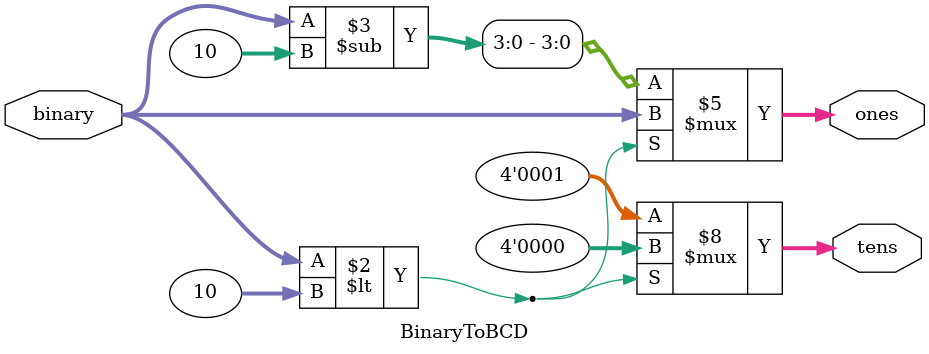
<source format=sv>
module BinaryToBCD (
    input logic [3:0] binary,  // Entrada en binario (4 bits)
    output logic [3:0] tens,  // Decenas en BCD
    output logic [3:0] ones   // Unidades en BCD
);

    always_comb begin
        if (binary < 10) begin
            tens = 4'd0;  // Las decenas son 0
            ones = binary;   // Las unidades son el valor binario
        end
        else begin
            tens = 4'd1;  // Las decenas son 1
            ones = binary - 10;  // Las unidades son el valor binario menos 10
        end
    end

endmodule
</source>
